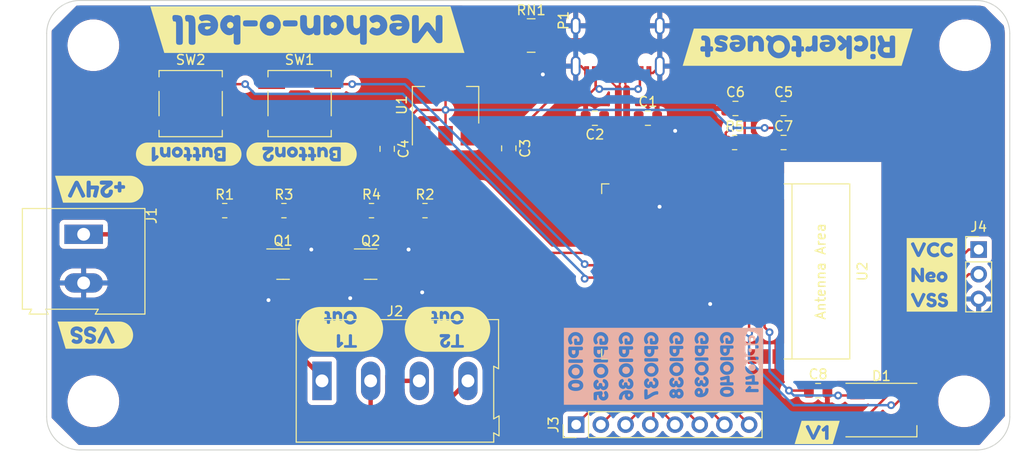
<source format=kicad_pcb>
(kicad_pcb (version 20211014) (generator pcbnew)
  (layers (0 "F.Cu" signal) (31 "B.Cu" signal) (34 "B.Paste" user) (35 "F.Paste" user) (36 "B.SilkS" user "B.Silkscreen") (37 "F.SilkS" user "F.Silkscreen") (38 "B.Mask" user) (39 "F.Mask" user) (44 "Edge.Cuts" user))
  (net 0 "")
  (net 1 "D-")
  (net 2 "VSS")
  (net 3 "D+")
  (net 4 "VBUS")
  (net 5 "VCC")
  (net 6 "Reset")
  (net 7 "LED")
  (net 8 "Net-(D1-Pad4)")
  (net 9 "+24V")
  (net 10 "T1out")
  (net 11 "T2out")
  (net 12 "Net-(P1-PadA5)")
  (net 14 "Net-(P1-PadB5)")
  (net 16 "Net-(Q1-Pad1)")
  (net 17 "Net-(Q2-Pad1)")
  (net 18 "T1")
  (net 19 "T2")
  (net 20 "Switch1")
  (net 21 "Switch2")
  (net 38 "1")
  (net 39 "2")
  (net 40 "3")
  (net 41 "4")
  (net 42 "5")
  (net 43 "6")
  (net 44 "7")
  (net 45 "8")
  (footprint "MountingHole:MountingHole_4.3mm_M4" (layer "F.Cu") (at 89 98.6)
    (fp_text reference "H2" hide)
    (fp_text value "MountingHole")
    (pad "" np_thru_hole circle (at 0 0) (size 4.3 4.3) (drill 4.3) (layers *.Cu *.Mask))
  )
  (footprint "Button_Switch_SMD:SW_SPST_B3SL-1002P" (layer "F.Cu") (at 110.2 68)
    (fp_text reference "SW1" (at 0 -4.5) (layer "F.SilkS"))
    (fp_text value "SW_SPST")
    (pad "1" smd rect (at -2.875 -2) (size 2.75 1) (layers "F.Cu" "F.Paste" "F.Mask") (net 20 "Switch1"))
    (pad "1" smd rect (at 2.875 -2) (size 2.75 1) (layers "F.Cu" "F.Paste" "F.Mask") (net 20 "Switch1"))
    (pad "2" smd rect (at -2.875 2) (size 2.75 1) (layers "F.Cu" "F.Paste" "F.Mask") (net 2 "VSS"))
    (pad "2" smd rect (at 2.875 2) (size 2.75 1) (layers "F.Cu" "F.Paste" "F.Mask") (net 2 "VSS"))
  )
  (footprint "kibuzzard-6314DFD9" (layer "F.Cu") (at 125.4 91.2 180)
    (fp_text reference "kibuzzard-6314DFD9" hide)
    (fp_text value "G***" hide)
  )
  (footprint "Connector_PinHeader_2.54mm:PinHeader_1x03_P2.54mm_Vertical" (layer "F.Cu") (at 180 83)
    (fp_text reference "J4" (at 0 -2.33) (layer "F.SilkS"))
    (fp_text value "Conn_01x03")
    (pad "1" thru_hole rect (at 0 0) (size 1.7 1.7) (drill 1) (layers *.Cu *.Mask) (net 5 "VCC"))
    (pad "2" thru_hole oval (at 0 2.54) (size 1.7 1.7) (drill 1) (layers *.Cu *.Mask) (net 8 "Net-(D1-Pad4)"))
    (pad "3" thru_hole oval (at 0 5.08) (size 1.7 1.7) (drill 1) (layers *.Cu *.Mask) (net 2 "VSS"))
  )
  (footprint "Capacitor_SMD:C_0805_2012Metric" (layer "F.Cu") (at 146 69.5)
    (fp_text reference "C1" (at 0 -1.68) (layer "F.SilkS"))
    (fp_text value "20pF")
    (pad "1" smd roundrect (at -0.95 0) (size 1 1.45) (layers "F.Cu" "F.Paste" "F.Mask") (net 1 "D-"))
    (pad "2" smd roundrect (at 0.95 0) (size 1 1.45) (layers "F.Cu" "F.Paste" "F.Mask") (net 2 "VSS"))
  )
  (footprint "kibuzzard-6314DFC9" (layer "F.Cu") (at 89.6 76.8 180)
    (fp_text reference "kibuzzard-6314DFC9" hide)
    (fp_text value "G***" hide)
  )
  (footprint "kibuzzard-6314DFBD" (layer "F.Cu") (at 111 60.4 180)
    (fp_text reference "kibuzzard-6314DFBD" hide)
    (fp_text value "G***" hide)
  )
  (footprint "Button_Switch_SMD:SW_SPST_B3SL-1002P" (layer "F.Cu") (at 99 68)
    (fp_text reference "SW2" (at 0 -4.5) (layer "F.SilkS"))
    (fp_text value "SW_SPST")
    (pad "1" smd rect (at -2.875 -2) (size 2.75 1) (layers "F.Cu" "F.Paste" "F.Mask") (net 21 "Switch2"))
    (pad "1" smd rect (at 2.875 -2) (size 2.75 1) (layers "F.Cu" "F.Paste" "F.Mask") (net 21 "Switch2"))
    (pad "2" smd rect (at -2.875 2) (size 2.75 1) (layers "F.Cu" "F.Paste" "F.Mask") (net 2 "VSS"))
    (pad "2" smd rect (at 2.875 2) (size 2.75 1) (layers "F.Cu" "F.Paste" "F.Mask") (net 2 "VSS"))
  )
  (footprint "Resistor_SMD:R_0805_2012Metric" (layer "F.Cu") (at 154.9125 72)
    (fp_text reference "R5" (at 0 -1.65) (layer "F.SilkS"))
    (fp_text value "1k")
    (pad "1" smd roundrect (at -0.9125 0) (size 1.025 1.4) (layers "F.Cu" "F.Paste" "F.Mask") (roundrect_rratio 0.243902439) (net 5 "VCC"))
    (pad "2" smd roundrect (at 0.9125 0) (size 1.025 1.4) (layers "F.Cu" "F.Paste" "F.Mask") (roundrect_rratio 0.243902439) (net 6 "Reset"))
  )
  (footprint "MountingHole:MountingHole_4.3mm_M4" (layer "F.Cu") (at 89 62)
    (fp_text reference "H3" hide)
    (fp_text value "MountingHole")
    (pad "" np_thru_hole circle (at 0 0) (size 4.3 4.3) (drill 4.3) (layers *.Cu *.Mask))
  )
  (footprint "Espressif:ESP32-S2-SOLO" (layer "F.Cu") (at 151 85.25 -90)
    (fp_text reference "U2" (at 0 -17.05 90) (layer "F.SilkS"))
    (fp_text value "ESP32-S2-SOLO")
    (fp_text user "Antenna Area" (at 0 -12.75 90) (layer "F.SilkS"))
    (pad "1" smd rect locked (at -8.75 -8.26 270) (size 1.5 0.9) (layers "F.Cu" "F.Paste" "F.Mask") (net 2 "VSS"))
    (pad "2" smd rect locked (at -8.75 -6.99 270) (size 1.5 0.9) (layers "F.Cu" "F.Paste" "F.Mask") (net 5 "VCC"))
    (pad "3" smd rect locked (at -8.75 -5.72 270) (size 1.5 0.9) (layers "F.Cu" "F.Paste" "F.Mask") (net 6 "Reset"))
    (pad "4" smd rect locked (at -8.75 -4.45 270) (size 1.5 0.9) (layers "F.Cu" "F.Paste" "F.Mask"))
    (pad "5" smd rect locked (at -8.75 -3.18 270) (size 1.5 0.9) (layers "F.Cu" "F.Paste" "F.Mask"))
    (pad "6" smd rect locked (at -8.75 -1.91 270) (size 1.5 0.9) (layers "F.Cu" "F.Paste" "F.Mask"))
    (pad "7" smd rect locked (at -8.75 -0.64 270) (size 1.5 0.9) (layers "F.Cu" "F.Paste" "F.Mask"))
    (pad "8" smd rect locked (at -8.75 0.63 270) (size 1.5 0.9) (layers "F.Cu" "F.Paste" "F.Mask") (net 7 "LED"))
    (pad "9" smd rect locked (at -8.75 1.9 270) (size 1.5 0.9) (layers "F.Cu" "F.Paste" "F.Mask"))
    (pad "10" smd rect locked (at -8.75 3.17 270) (size 1.5 0.9) (layers "F.Cu" "F.Paste" "F.Mask"))
    (pad "11" smd rect locked (at -8.75 4.44 270) (size 1.5 0.9) (layers "F.Cu" "F.Paste" "F.Mask"))
    (pad "12" smd rect locked (at -8.75 5.71 270) (size 1.5 0.9) (layers "F.Cu" "F.Paste" "F.Mask"))
    (pad "13" smd rect locked (at -8.75 6.98 270) (size 1.5 0.9) (layers "F.Cu" "F.Paste" "F.Mask") (net 1 "D-"))
    (pad "14" smd rect locked (at -8.75 8.25 270) (size 1.5 0.9) (layers "F.Cu" "F.Paste" "F.Mask") (net 3 "D+"))
    (pad "15" smd rect locked (at -6.985 9.5) (size 1.5 0.9) (layers "F.Cu" "F.Paste" "F.Mask"))
    (pad "16" smd rect locked (at -5.715 9.5) (size 1.5 0.9) (layers "F.Cu" "F.Paste" "F.Mask"))
    (pad "17" smd rect locked (at -4.445 9.5) (size 1.5 0.9) (layers "F.Cu" "F.Paste" "F.Mask"))
    (pad "18" smd rect locked (at -3.175 9.5) (size 1.5 0.9) (layers "F.Cu" "F.Paste" "F.Mask"))
    (pad "19" smd rect locked (at -1.905 9.5) (size 1.5 0.9) (layers "F.Cu" "F.Paste" "F.Mask") (net 18 "T1"))
    (pad "20" smd rect locked (at -0.635 9.5) (size 1.5 0.9) (layers "F.Cu" "F.Paste" "F.Mask") (net 20 "Switch1"))
    (pad "21" smd rect locked (at 0.635 9.5) (size 1.5 0.9) (layers "F.Cu" "F.Paste" "F.Mask") (net 21 "Switch2"))
    (pad "22" smd rect locked (at 1.905 9.5) (size 1.5 0.9) (layers "F.Cu" "F.Paste" "F.Mask") (net 19 "T2"))
    (pad "23" smd rect locked (at 3.175 9.5) (size 1.5 0.9) (layers "F.Cu" "F.Paste" "F.Mask"))
    (pad "24" smd rect locked (at 4.445 9.5) (size 1.5 0.9) (layers "F.Cu" "F.Paste" "F.Mask"))
    (pad "25" smd rect locked (at 5.715 9.5) (size 1.5 0.9) (layers "F.Cu" "F.Paste" "F.Mask"))
    (pad "26" smd rect locked (at 6.985 9.5) (size 1.5 0.9) (layers "F.Cu" "F.Paste" "F.Mask"))
    (pad "27" smd rect locked (at 8.75 8.25 90) (size 1.5 0.9) (layers "F.Cu" "F.Paste" "F.Mask") (net 38 "1"))
    (pad "28" smd rect locked (at 8.75 6.98 90) (size 1.5 0.9) (layers "F.Cu" "F.Paste" "F.Mask") (net 39 "2"))
    (pad "29" smd rect locked (at 8.75 5.71 90) (size 1.5 0.9) (layers "F.Cu" "F.Paste" "F.Mask") (net 40 "3"))
    (pad "30" smd rect locked (at 8.75 4.44 90) (size 1.5 0.9) (layers "F.Cu" "F.Paste" "F.Mask") (net 41 "4"))
    (pad "31" smd rect locked (at 8.75 3.17 90) (size 1.5 0.9) (layers "F.Cu" "F.Paste" "F.Mask") (net 42 "5"))
    (pad "32" smd rect locked (at 8.75 1.9 90) (size 1.5 0.9) (layers "F.Cu" "F.Paste" "F.Mask") (net 43 "6"))
    (pad "33" smd rect locked (at 8.75 0.63 90) (size 1.5 0.9) (layers "F.Cu" "F.Paste" "F.Mask") (net 44 "7"))
    (pad "34" smd rect locked (at 8.75 -0.64 90) (size 1.5 0.9) (layers "F.Cu" "F.Paste" "F.Mask") (net 45 "8"))
    (pad "35" smd rect locked (at 8.75 -1.91 90) (size 1.5 0.9) (layers "F.Cu" "F.Paste" "F.Mask"))
    (pad "36" smd rect locked (at 8.75 -3.18 90) (size 1.5 0.9) (layers "F.Cu" "F.Paste" "F.Mask"))
    (pad "37" smd rect locked (at 8.75 -4.45 90) (size 1.5 0.9) (layers "F.Cu" "F.Paste" "F.Mask"))
    (pad "38" smd rect locked (at 8.75 -5.72 90) (size 1.5 0.9) (layers "F.Cu" "F.Paste" "F.Mask"))
    (pad "39" smd rect locked (at 8.75 -6.99 90) (size 1.5 0.9) (layers "F.Cu" "F.Paste" "F.Mask"))
    (pad "40" smd rect locked (at 8.75 -8.26 90) (size 1.5 0.9) (layers "F.Cu" "F.Paste" "F.Mask") (net 2 "VSS"))
    (pad "41" smd rect locked (at -2.9 -1.94 90) (size 0.9 0.9) (layers "F.Cu" "F.Paste" "F.Mask") (net 2 "VSS"))
    (pad "41" smd rect locked (at -1.5 0.86 90) (size 0.9 0.9) (layers "F.Cu" "F.Paste" "F.Mask") (net 2 "VSS"))
    (pad "41" smd rect locked (at -1.5 -0.54 90) (size 0.9 0.9) (layers "F.Cu" "F.Paste" "F.Mask") (net 2 "VSS"))
    (pad "41" smd rect locked (at -0.1 -1.94 90) (size 0.9 0.9) (layers "F.Cu" "F.Paste" "F.Mask") (net 2 "VSS"))
    (pad "41" smd rect locked (at -2.9 -0.54 90) (size 0.9 0.9) (layers "F.Cu" "F.Paste" "F.Mask") (net 2 "VSS"))
    (pad "41" smd rect locked (at -2.9 0.86 90) (size 0.9 0.9) (layers "F.Cu" "F.Paste" "F.Mask") (net 2 "VSS"))
    (pad "41" smd rect locked (at -0.1 0.86 90) (size 0.9 0.9) (layers "F.Cu" "F.Paste" "F.Mask") (net 2 "VSS"))
    (pad "41" smd rect locked (at -0.1 -0.54 90) (size 0.9 0.9) (layers "F.Cu" "F.Paste" "F.Mask") (net 2 "VSS"))
    (pad "41" smd rect locked (at -1.5 -1.94 90) (size 0.9 0.9) (layers "F.Cu" "F.Paste" "F.Mask") (net 2 "VSS"))
  )
  (footprint "Capacitor_SMD:C_0805_2012Metric" (layer "F.Cu") (at 131.7 72.6 -90)
    (fp_text reference "C3" (at 0 -1.68 90) (layer "F.SilkS"))
    (fp_text value "4.7uF")
    (pad "1" smd roundrect (at -0.95 0 270) (size 1 1.45) (layers "F.Cu" "F.Paste" "F.Mask") (net 4 "VBUS"))
    (pad "2" smd roundrect (at 0.95 0 270) (size 1 1.45) (layers "F.Cu" "F.Paste" "F.Mask") (net 2 "VSS"))
  )
  (footprint "kibuzzard-6314DFCF" (layer "F.Cu") (at 89.2 91.8 180)
    (fp_text reference "kibuzzard-6314DFCF" hide)
    (fp_text value "G***" hide)
  )
  (footprint "Capacitor_SMD:C_0805_2012Metric" (layer "F.Cu") (at 163.5 97.5)
    (fp_text reference "C8" (at 0 -1.68) (layer "F.SilkS"))
    (fp_text value "100nF")
    (pad "1" smd roundrect (at -0.95 0) (size 1 1.45) (layers "F.Cu" "F.Paste" "F.Mask") (net 5 "VCC"))
    (pad "2" smd roundrect (at 0.95 0) (size 1 1.45) (layers "F.Cu" "F.Paste" "F.Mask") (net 2 "VSS"))
  )
  (footprint "Resistor_SMD:R_Array_Concave_4x0603" (layer "F.Cu") (at 134 61)
    (fp_text reference "RN1" (at 0 -2.6) (layer "F.SilkS"))
    (fp_text value "R_Pack04")
    (pad "1" smd rect (at -0.85 -1.2) (size 0.9 0.4) (layers "F.Cu" "F.Paste" "F.Mask"))
    (pad "2" smd rect (at -0.85 -0.4) (size 0.9 0.4) (layers "F.Cu" "F.Paste" "F.Mask"))
    (pad "3" smd rect (at -0.85 0.4) (size 0.9 0.4) (layers "F.Cu" "F.Paste" "F.Mask") (net 2 "VSS"))
    (pad "4" smd rect (at -0.85 1.2) (size 0.9 0.4) (layers "F.Cu" "F.Paste" "F.Mask") (net 2 "VSS"))
    (pad "5" smd rect (at 0.85 1.2) (size 0.9 0.4) (layers "F.Cu" "F.Paste" "F.Mask") (net 14 "Net-(P1-PadB5)"))
    (pad "6" smd rect (at 0.85 0.4) (size 0.9 0.4) (layers "F.Cu" "F.Paste" "F.Mask") (net 12 "Net-(P1-PadA5)"))
    (pad "7" smd rect (at 0.85 -0.4) (size 0.9 0.4) (layers "F.Cu" "F.Paste" "F.Mask"))
    (pad "8" smd rect (at 0.85 -1.2) (size 0.9 0.4) (layers "F.Cu" "F.Paste" "F.Mask"))
  )
  (footprint "Resistor_SMD:R_0805_2012Metric" (layer "F.Cu") (at 108.5875 79)
    (fp_text reference "R3" (at 0 -1.65) (layer "F.SilkS"))
    (fp_text value "R_Small")
    (pad "1" smd roundrect (at -0.9125 0) (size 1.025 1.4) (layers "F.Cu" "F.Paste" "F.Mask") (roundrect_rratio 0.243902439) (net 2 "VSS"))
    (pad "2" smd roundrect (at 0.9125 0) (size 1.025 1.4) (layers "F.Cu" "F.Paste" "F.Mask") (roundrect_rratio 0.243902439) (net 16 "Net-(Q1-Pad1)"))
  )
  (footprint "TerminalBlock:TerminalBlock_Altech_AK300-2_P5.00mm" (layer "F.Cu") (at 88 81.435 -90)
    (fp_text reference "J1" (at -1.92 -6.99 90) (layer "F.SilkS"))
    (fp_text value "Conn_01x02")
    (pad "1" thru_hole rect (at 0 0 270) (size 1.98 3.96) (drill 1.32) (layers *.Cu *.Mask) (net 9 "+24V"))
    (pad "2" thru_hole oval (at 5 0 270) (size 1.98 3.96) (drill 1.32) (layers *.Cu *.Mask) (net 2 "VSS"))
  )
  (footprint "Package_TO_SOT_SMD:SOT-23" (layer "F.Cu") (at 117.5 84.5)
    (fp_text reference "Q2" (at 0 -2.4) (layer "F.SilkS"))
    (fp_text value "FS3401M")
    (pad "1" smd roundrect (at -0.9375 -0.95) (size 1.475 0.6) (layers "F.Cu" "F.Paste" "F.Mask") (net 17 "Net-(Q2-Pad1)"))
    (pad "2" smd roundrect (at -0.9375 0.95) (size 1.475 0.6) (layers "F.Cu" "F.Paste" "F.Mask") (net 2 "VSS"))
    (pad "3" smd roundrect (at 0.9375 0) (size 1.475 0.6) (layers "F.Cu" "F.Paste" "F.Mask") (net 11 "T2out"))
  )
  (footprint "Resistor_SMD:R_0805_2012Metric" (layer "F.Cu") (at 117.5875 79)
    (fp_text reference "R4" (at 0 -1.65) (layer "F.SilkS"))
    (fp_text value "R_Small")
    (pad "1" smd roundrect (at -0.9125 0) (size 1.025 1.4) (layers "F.Cu" "F.Paste" "F.Mask") (roundrect_rratio 0.243902439) (net 2 "VSS"))
    (pad "2" smd roundrect (at 0.9125 0) (size 1.025 1.4) (layers "F.Cu" "F.Paste" "F.Mask") (roundrect_rratio 0.243902439) (net 17 "Net-(Q2-Pad1)"))
  )
  (footprint "Package_TO_SOT_SMD:SOT-23" (layer "F.Cu") (at 108.5 84.5)
    (fp_text reference "Q1" (at 0 -2.4) (layer "F.SilkS"))
    (fp_text value "FS3401M")
    (pad "1" smd roundrect (at -0.9375 -0.95) (size 1.475 0.6) (layers "F.Cu" "F.Paste" "F.Mask") (net 16 "Net-(Q1-Pad1)"))
    (pad "2" smd roundrect (at -0.9375 0.95) (size 1.475 0.6) (layers "F.Cu" "F.Paste" "F.Mask") (net 2 "VSS"))
    (pad "3" smd roundrect (at 0.9375 0) (size 1.475 0.6) (layers "F.Cu" "F.Paste" "F.Mask") (net 10 "T1out"))
  )
  (footprint "Capacitor_SMD:C_0805_2012Metric" (layer "F.Cu") (at 155 68.5)
    (fp_text reference "C6" (at 0 -1.68) (layer "F.SilkS"))
    (fp_text value "100nF")
    (pad "1" smd roundrect (at -0.95 0) (size 1 1.45) (layers "F.Cu" "F.Paste" "F.Mask") (net 2 "VSS"))
    (pad "2" smd roundrect (at 0.95 0) (size 1 1.45) (layers "F.Cu" "F.Paste" "F.Mask") (net 6 "Reset"))
  )
  (footprint "Capacitor_SMD:C_0805_2012Metric" (layer "F.Cu") (at 140.55 69.5 180)
    (fp_text reference "C2" (at 0 -1.68) (layer "F.SilkS"))
    (fp_text value "20pF")
    (pad "1" smd roundrect (at -0.95 0 180) (size 1 1.45) (layers "F.Cu" "F.Paste" "F.Mask") (net 3 "D+"))
    (pad "2" smd roundrect (at 0.95 0 180) (size 1 1.45) (layers "F.Cu" "F.Paste" "F.Mask") (net 2 "VSS"))
  )
  (footprint "Capacitor_SMD:C_0805_2012Metric" (layer "F.Cu") (at 119.2 72.65 -90)
    (fp_text reference "C4" (at 0 -1.68 90) (layer "F.SilkS"))
    (fp_text value "4.7uF")
    (pad "1" smd roundrect (at -0.95 0 270) (size 1 1.45) (layers "F.Cu" "F.Paste" "F.Mask") (net 5 "VCC"))
    (pad "2" smd roundrect (at 0.95 0 270) (size 1 1.45) (layers "F.Cu" "F.Paste" "F.Mask") (net 2 "VSS"))
  )
  (footprint "kibuzzard-6314E009" (layer "F.Cu") (at 98.8 73.2 180)
    (fp_text reference "kibuzzard-6314E009" hide)
    (fp_text value "G***" hide)
  )
  (footprint "MountingHole:MountingHole_4.3mm_M4" (layer "F.Cu") (at 178.5 98.6)
    (fp_text reference "H4" hide)
    (fp_text value "MountingHole")
    (pad "" np_thru_hole circle (at 0 0) (size 4.3 4.3) (drill 4.3) (layers *.Cu *.Mask))
  )
  (footprint "kibuzzard-6314DFF6" (layer "F.Cu") (at 175.2 85.6)
    (fp_text reference "kibuzzard-6314DFF6" hide)
    (fp_text value "G***" hide)
  )
  (footprint "Resistor_SMD:R_0805_2012Metric" (layer "F.Cu") (at 102.5 79)
    (fp_text reference "R1" (at 0 -1.65) (layer "F.SilkS"))
    (fp_text value "R_Small")
    (pad "1" smd roundrect (at -0.9125 0) (size 1.025 1.4) (layers "F.Cu" "F.Paste" "F.Mask") (roundrect_rratio 0.243902439) (net 18 "T1"))
    (pad "2" smd roundrect (at 0.9125 0) (size 1.025 1.4) (layers "F.Cu" "F.Paste" "F.Mask") (roundrect_rratio 0.243902439) (net 16 "Net-(Q1-Pad1)"))
  )
  (footprint "Resistor_SMD:R_0805_2012Metric" (layer "F.Cu") (at 123.0875 79)
    (fp_text reference "R2" (at 0 -1.65) (layer "F.SilkS"))
    (fp_text value "R_Small")
    (pad "1" smd roundrect (at -0.9125 0) (size 1.025 1.4) (layers "F.Cu" "F.Paste" "F.Mask") (roundrect_rratio 0.243902439) (net 19 "T2"))
    (pad "2" smd roundrect (at 0.9125 0) (size 1.025 1.4) (layers "F.Cu" "F.Paste" "F.Mask") (roundrect_rratio 0.243902439) (net 17 "Net-(Q2-Pad1)"))
  )
  (footprint "Capacitor_SMD:C_0805_2012Metric" (layer "F.Cu") (at 159.95 72)
    (fp_text reference "C7" (at 0 -1.68) (layer "F.SilkS"))
    (fp_text value "100nF")
    (pad "1" smd roundrect (at -0.95 0) (size 1 1.45) (layers "F.Cu" "F.Paste" "F.Mask") (net 5 "VCC"))
    (pad "2" smd roundrect (at 0.95 0) (size 1 1.45) (layers "F.Cu" "F.Paste" "F.Mask") (net 2 "VSS"))
  )
  (footprint "kibuzzard-6314E01A" (layer "F.Cu") (at 110.4 73.2 180)
    (fp_text reference "kibuzzard-6314E01A" hide)
    (fp_text value "G***" hide)
  )
  (footprint "Connector_PinHeader_2.54mm:PinHeader_1x08_P2.54mm_Vertical" (layer "F.Cu") (at 138.625 101 90)
    (fp_text reference "J3" (at 0 -2.33 90) (layer "F.SilkS"))
    (fp_text value "Conn_01x08")
    (pad "1" thru_hole rect (at 0 0 90) (size 1.7 1.7) (drill 1) (layers *.Cu *.Mask) (net 38 "1"))
    (pad "2" thru_hole oval (at 0 2.54 90) (size 1.7 1.7) (drill 1) (layers *.Cu *.Mask) (net 39 "2"))
    (pad "3" thru_hole oval (at 0 5.08 90) (size 1.7 1.7) (drill 1) (layers *.Cu *.Mask) (net 40 "3"))
    (pad "4" thru_hole oval (at 0 7.62 90) (size 1.7 1.7) (drill 1) (layers *.Cu *.Mask) (net 41 "4"))
    (pad "5" thru_hole oval (at 0 10.16 90) (size 1.7 1.7) (drill 1) (layers *.Cu *.Mask) (net 42 "5"))
    (pad "6" thru_hole oval (at 0 12.7 90) (size 1.7 1.7) (drill 1) (layers *.Cu *.Mask) (net 43 "6"))
    (pad "7" thru_hole oval (at 0 15.24 90) (size 1.7 1.7) (drill 1) (layers *.Cu *.Mask) (net 44 "7"))
    (pad "8" thru_hole oval (at 0 17.78 90) (size 1.7 1.7) (drill 1) (layers *.Cu *.Mask) (net 45 "8"))
  )
  (footprint "TerminalBlock:TerminalBlock_Altech_AK300-4_P5.00mm" (layer "F.Cu") (at 112.5 96.5)
    (fp_text reference "J2" (at 7.5 -7.15) (layer "F.SilkS"))
    (fp_text value "Conn_01x04")
    (pad "1" thru_hole rect (at 0 0) (size 1.98 3.96) (drill 1.32) (layers *.Cu *.Mask) (net 10 "T1out"))
    (pad "2" thru_hole oval (at 5 0) (size 1.98 3.96) (drill 1.32) (layers *.Cu *.Mask) (net 9 "+24V"))
    (pad "3" thru_hole oval (at 10 0) (size 1.98 3.96) (drill 1.32) (layers *.Cu *.Mask) (net 11 "T2out"))
    (pad "4" thru_hole oval (at 15 0) (size 1.98 3.96) (drill 1.32) (layers *.Cu *.Mask) (net 9 "+24V"))
  )
  (footprint "LED_SMD:LED_SK6812_PLCC4_5.0x5.0mm_P3.2mm" (layer "F.Cu") (at 170 99.5)
    (fp_text reference "D1" (at 0 -3.5) (layer "F.SilkS"))
    (fp_text value "SK6812")
    (pad "1" smd rect (at 2.45 1.6) (size 1.5 1) (layers "F.Cu" "F.Paste" "F.Mask") (net 2 "VSS"))
    (pad "2" smd rect (at 2.45 -1.6) (size 1.5 1) (layers "F.Cu" "F.Paste" "F.Mask") (net 7 "LED"))
    (pad "3" smd rect (at -2.45 -1.6) (size 1.5 1) (layers "F.Cu" "F.Paste" "F.Mask") (net 5 "VCC"))
    (pad "4" smd rect (at -2.45 1.6) (size 1.5 1) (layers "F.Cu" "F.Paste" "F.Mask") (net 8 "Net-(D1-Pad4)"))
  )
  (footprint "Package_TO_SOT_SMD:SOT-223-3_TabPin2" (layer "F.Cu") (at 125.2 68.15 90)
    (fp_text reference "U1" (at 0 -4.5 90) (layer "F.SilkS"))
    (fp_text value "LD1117S12TR_SOT223")
    (pad "1" smd rect (at -3.15 -2.3 90) (size 2 1.5) (layers "F.Cu" "F.Paste" "F.Mask") (net 2 "VSS"))
    (pad "2" smd rect (at 3.15 0 90) (size 2 3.8) (layers "F.Cu" "F.Paste" "F.Mask") (net 5 "VCC"))
    (pad "2" smd rect (at -3.15 0 90) (size 2 1.5) (layers "F.Cu" "F.Paste" "F.Mask") (net 5 "VCC"))
    (pad "3" smd rect (at -3.15 2.3 90) (size 2 1.5) (layers "F.Cu" "F.Paste" "F.Mask") (net 4 "VBUS"))
  )
  (footprint "Capacitor_SMD:C_0805_2012Metric" (layer "F.Cu") (at 159.95 68.5)
    (fp_text reference "C5" (at 0 -1.68) (layer "F.SilkS"))
    (fp_text value "22uF")
    (pad "1" smd roundrect (at -0.95 0) (size 1 1.45) (layers "F.Cu" "F.Paste" "F.Mask") (net 5 "VCC"))
    (pad "2" smd roundrect (at 0.95 0) (size 1 1.45) (layers "F.Cu" "F.Paste" "F.Mask") (net 2 "VSS"))
  )
  (footprint "kibuzzard-6314DFD4" (layer "F.Cu") (at 114.4 91.2 180)
    (fp_text reference "kibuzzard-6314DFD4" hide)
    (fp_text value "G***" hide)
  )
  (footprint "MountingHole:MountingHole_4.3mm_M4" (layer "F.Cu") (at 178.6 62)
    (fp_text reference "H1" hide)
    (fp_text value "MountingHole")
    (pad "" np_thru_hole circle (at 0 0) (size 4.3 4.3) (drill 4.3) (layers *.Cu *.Mask))
  )
  (footprint "BadgePirates:USB_C_Receptical-Jing" (layer "F.Cu") (at 142.9 64.15 180)
    (fp_text reference "P1" (at 5.575 4.7 90) (layer "F.SilkS"))
    (fp_text value "USB_C_Plug")
    (pad "" np_thru_hole circle (at -2.89 0.5 180) (size 0.65 0.65) (drill 0.65) (layers *.Cu *.Mask))
    (pad "" np_thru_hole circle (at 2.89 0.5 180) (size 0.65 0.65) (drill 0.65) (layers *.Cu *.Mask))
    (pad "A1" smd rect (at -3.325 -0.7 180) (size 0.25 1.4) (layers "F.Cu" "F.Paste" "F.Mask") (net 2 "VSS"))
    (pad "A4" smd rect (at -2.525 -0.7 180) (size 0.25 1.4) (layers "F.Cu" "F.Paste" "F.Mask") (net 4 "VBUS"))
    (pad "A5" smd rect (at -1.25 -0.7 180) (size 0.25 1.4) (layers "F.Cu" "F.Paste" "F.Mask") (net 12 "Net-(P1-PadA5)"))
    (pad "A6" smd rect (at -0.25 -0.7 180) (size 0.25 1.4) (layers "F.Cu" "F.Paste" "F.Mask") (net 3 "D+"))
    (pad "A7" smd rect (at 0.25 -0.7 180) (size 0.25 1.4) (layers "F.Cu" "F.Paste" "F.Mask") (net 1 "D-"))
    (pad "A8" smd rect (at -1.75 -0.7 180) (size 0.25 1.4) (layers "F.Cu" "F.Paste" "F.Mask"))
    (pad "A9" smd rect (at 2.525 -0.7 180) (size 0.25 1.4) (layers "F.Cu" "F.Paste" "F.Mask") (net 4 "VBUS"))
    (pad "A12" smd rect (at 3.325 -0.7 180) (size 0.25 1.4) (layers "F.Cu" "F.Paste" "F.Mask") (net 2 "VSS"))
    (pad "B1" smd rect (at 3.075 -0.7 180) (size 0.25 1.4) (layers "F.Cu" "F.Paste" "F.Mask") (net 2 "VSS"))
    (pad "B4" smd rect (at 2.275 -0.7 180) (size 0.25 1.4) (layers "F.Cu" "F.Paste" "F.Mask") (net 4 "VBUS"))
    (pad "B5" smd rect (at 1.75 -0.7 180) (size 0.25 1.4) (layers "F.Cu" "F.Paste" "F.Mask") (net 14 "Net-(P1-PadB5)"))
    (pad "B6" smd rect (at 0.75 -0.7 180) (size 0.25 1.4) (layers "F.Cu" "F.Paste" "F.Mask") (net 3 "D+"))
    (pad "B7" smd rect (at -0.75 -0.7 180) (size 0.25 1.4) (layers "F.Cu" "F.Paste" "F.Mask") (net 1 "D-"))
    (pad "B8" smd rect (at 1.25 -0.7 180) (size 0.25 1.4) (layers "F.Cu" "F.Paste" "F.Mask"))
    (pad "B9" smd rect (at -2.275 -0.7 180) (size 0.25 1.4) (layers "F.Cu" "F.Paste" "F.Mask") (net 4 "VBUS"))
    (pad "B12" smd rect (at -3.075 -0.7 180) (size 0.25 1.4) (layers "F.Cu" "F.Paste" "F.Mask") (net 2 "VSS"))
    (pad "S1" thru_hole oval (at -4.32 0 180) (size 1 2.1) (drill oval 0.6 1.7) (layers *.Cu *.Mask "F.Paste") (net 2 "VSS"))
    (pad "S1" thru_hole oval (at 4.32 4.15 180) (size 1 1.8) (drill oval 0.6 1.4) (layers *.Cu *.Mask "F.Paste") (net 2 "VSS"))
    (pad "S1" thru_hole oval (at 4.32 0 180) (size 1 2.1) (drill oval 0.6 1.7) (layers *.Cu *.Mask "F.Paste") (net 2 "VSS"))
    (pad "S1" thru_hole oval (at -4.32 4.15 180) (size 1 1.8) (drill oval 0.6 1.4) (layers *.Cu *.Mask "F.Paste") (net 2 "VSS"))
  )
  (footprint "kibuzzard-6314E025" (layer "F.Cu") (at 163.4 101.8)
    (fp_text reference "kibuzzard-6314E025" hide)
    (fp_text value "G***" hide)
  )
  (footprint "kibuzzard-6314E056" (layer "F.Cu") (at 161.4 62.2 180)
    (fp_text reference "kibuzzard-6314E056" hide)
    (fp_text value "G***" hide)
  )
  (footprint "kibuzzard-6314DFE1" (layer "B.Cu") (at 147.6 95 -90)
    (fp_text reference "kibuzzard-6314DFE1" hide)
    (fp_text value "G***" hide)
  )
  (gr_line (start 183.195837 60.804163) (end 183.2 100.2) (layer "Edge.Cuts") (width 0.1))
  (gr_line (start 179.795837 57.404163) (end 87.6 57.4) (layer "Edge.Cuts") (width 0.1))
  (gr_line (start 84.2 60.8) (end 84.2 100.2) (layer "Edge.Cuts") (width 0.1))
  (gr_arc (start 87.6 103.6) (mid 85.195837 102.604163) (end 84.2 100.2) (layer "Edge.Cuts") (width 0.1))
  (gr_line (start 179.8 103.6) (end 87.6 103.6) (layer "Edge.Cuts") (width 0.1))
  (gr_arc (start 179.795837 57.404163) (mid 182.2 58.4) (end 183.195837 60.804163) (layer "Edge.Cuts") (width 0.1))
  (gr_arc (start 183.2 100.2) (mid 182.204163 102.604163) (end 179.8 103.6) (layer "Edge.Cuts") (width 0.1))
  (gr_arc (start 84.2 60.8) (mid 85.195837 58.395837) (end 87.6 57.4) (layer "Edge.Cuts") (width 0.1))
  (segment (start 143.7 65.927749) (end 143.7 66.27225) (width 0.2) (layer "F.Cu") (net 1))
  (segment (start 143.65 64.85) (end 143.65 65.900001) (width 0.2) (layer "F.Cu") (net 1))
  (segment (start 144 69.5) (end 143.8112 69.6888) (width 0.2) (layer "F.Cu") (net 1))
  (segment (start 143.3 63.75) (end 143.65 64.1) (width 0.2) (layer "F.Cu") (net 1))
  (segment (start 144.02 76.5) (end 144.02 75.374999) (width 0.7) (layer "F.Cu") (net 1))
  (segment (start 143.625 66.269502) (end 143.8112 66.455702) (width 0.2) (layer "F.Cu") (net 1))
  (segment (start 143.8112 69.6888) (end 143.8112 66.455702) (width 0.7) (layer "F.Cu") (net 1))
  (segment (start 142.65 64.85) (end 142.65 64) (width 0.2) (layer "F.Cu") (net 1))
  (segment (start 142.65 64) (end 142.9 63.75) (width 0.2) (layer "F.Cu") (net 1))
  (segment (start 145.05 69.5) (end 144 69.5) (width 0.2) (layer "F.Cu") (net 1))
  (segment (start 143.65 64.1) (end 143.65 64.85) (width 0.2) (layer "F.Cu") (net 1))
  (segment (start 142.9 63.75) (end 143.3 63.75) (width 0.2) (layer "F.Cu") (net 1))
  (segment (start 144.02 75.374999) (end 143.8112 75.166199) (width 0.7) (layer "F.Cu") (net 1))
  (segment (start 143.675 65.900001) (end 143.65 65.925001) (width 0.2) (layer "F.Cu") (net 1))
  (segment (start 143.8112 75.166199) (end 143.8112 69.6888) (width 0.7) (layer "F.Cu") (net 1))
  (segment (start 139.825 64.85) (end 139.575 64.85) (width 0.25) (layer "F.Cu") (net 2))
  (segment (start 145.975 64.85) (end 146.52 64.85) (width 0.25) (layer "F.Cu") (net 2))
  (segment (start 139.125 64.15) (end 139.825 64.85) (width 0.25) (layer "F.Cu") (net 2))
  (segment (start 146.52 64.85) (end 147.22 64.15) (width 0.25) (layer "F.Cu") (net 2))
  (segment (start 146.225 64.85) (end 145.975 64.85) (width 0.25) (layer "F.Cu") (net 2))
  (segment (start 138.58 64.15) (end 139.125 64.15) (width 0.25) (layer "F.Cu") (net 2))
  (via (at 148.8 70.8) (size 0.8) (drill 0.4) (layers "F.Cu" "B.Cu") (net 2))
  (via (at 147.2 78.6) (size 0.8) (drill 0.4) (layers "F.Cu" "B.Cu") (net 2))
  (via (at 107 88.2) (size 0.8) (drill 0.4) (layers "F.Cu" "B.Cu") (net 2))
  (via (at 111.4 83) (size 0.8) (drill 0.4) (layers "F.Cu" "B.Cu") (net 2))
  (via (at 121.4 83) (size 0.8) (drill 0.4) (layers "F.Cu" "B.Cu") (net 2))
  (via (at 152.4 88.6) (size 0.8) (drill 0.4) (layers "F.Cu" "B.Cu") (net 2))
  (via (at 135.2 65) (size 0.8) (drill 0.4) (layers "F.Cu" "B.Cu") (net 2))
  (via (at 122.8 87.4) (size 0.8) (drill 0.4) (layers "F.Cu" "B.Cu") (net 2))
  (via (at 115.4 88) (size 0.8) (drill 0.4) (layers "F.Cu" "B.Cu") (net 2))
  (segment (start 142.5 69.5) (end 142.9588 69.9588) (width 0.2) (layer "F.Cu") (net 3))
  (segment (start 142.75 76.5) (end 142.75 75.374999) (width 0.7) (layer "F.Cu") (net 3))
  (segment (start 142.15 64.85) (end 142.15 65.6824) (width 0.2) (layer "F.Cu") (net 3))
  (segment (start 143.1 65.925001) (end 143.1 66.239502) (width 0.2) (layer "F.Cu") (net 3))
  (segment (start 143.125 65.900001) (end 143.15 65.925001) (width 0.2) (layer "F.Cu") (net 3))
  (segment (start 142.9588 69.9588) (end 142.9588 66.455702) (width 0.7) (layer "F.Cu") (net 3))
  (segment (start 142.15 65.6824) (end 142.8838 66.4162) (width 0.2) (layer "F.Cu") (net 3))
  (segment (start 142.9588 75.166199) (end 142.9588 69.9588) (width 0.7) (layer "F.Cu") (net 3))
  (segment (start 143.1 66.2) (end 142.8838 66.4162) (width 0.2) (layer "F.Cu") (net 3))
  (segment (start 141.5 69.5) (end 142.5 69.5) (width 0.2) (layer "F.Cu") (net 3))
  (segment (start 143.15 64.85) (end 143.15 65.900001) (width 0.2) (layer "F.Cu") (net 3))
  (segment (start 142.75 75.374999) (end 142.9588 75.166199) (width 0.7) (layer "F.Cu") (net 3))
  (segment (start 145.175 66.325) (end 145.175 64.85) (width 0.25) (layer "F.Cu") (net 4))
  (segment (start 140.625 64.85) (end 140.625 66.125) (width 0.25) (layer "F.Cu") (net 4))
  (segment (start 132 71.5) (end 136.5 67) (width 0.25) (layer "F.Cu") (net 4))
  (segment (start 140 67) (end 140.625 66.375) (width 0.25) (layer "F.Cu") (net 4))
  (segment (start 140.625 66.125) (end 141 66.5) (width 0.25) (layer "F.Cu") (net 4))
  (segment (start 136.5 67) (end 140 67) (width 0.25) (layer "F.Cu") (net 4))
  (segment (start 127.5 71.3) (end 131.35 71.3) (width 0.25) (layer "F.Cu") (net 4))
  (segment (start 131.35 71.3) (end 131.7 71.65) (width 0.25) (layer "F.Cu") (net 4))
  (segment (start 145 66.5) (end 145.175 66.325) (width 0.25) (layer "F.Cu") (net 4))
  (segment (start 140.625 66.375) (end 140.625 64.85) (width 0.25) (layer "F.Cu") (net 4))
  (via (at 145 66.5) (size 0.8) (drill 0.4) (layers "F.Cu" "B.Cu") (net 4))
  (via (at 141 66.5) (size 0.8) (drill 0.4) (layers "F.Cu" "B.Cu") (net 4))
  (segment (start 141 66.5) (end 145 66.5) (width 0.25) (layer "B.Cu") (net 4))
  (segment (start 119.2 71.7) (end 122.25 68.65) (width 0.25) (layer "F.Cu") (net 5))
  (segment (start 167.448466 98.001534) (end 167.55 97.9) (width 0.25) (layer "F.Cu") (net 5))
  (segment (start 159 70.5) (end 159 72) (width 0.25) (layer "F.Cu") (net 5))
  (segment (start 165.549086 98.001534) (end 167.448466 98.001534) (width 0.25) (layer "F.Cu") (net 5))
  (segment (start 170.925 91.05) (end 178.975 83) (width 0.25) (layer "F.Cu") (net 5))
  (segment (start 157.99 73.01) (end 157.99 76.5) (width 0.25) (layer "F.Cu") (net 5))
  (segment (start 167.55 97.9) (end 170.1 97.9) (width 0.25) (layer "F.Cu") (net 5))
  (segment (start 159 68.5) (end 159 70.5) (width 0.25) (layer "F.Cu") (net 5))
  (segment (start 158 70.5) (end 159 70.5) (width 0.25) (layer "F.Cu") (net 5))
  (segment (start 154 71) (end 154.5 70.5) (width 0.25) (layer "F.Cu") (net 5))
  (segment (start 125.2 71.3) (end 125.2 65) (width 0.25) (layer "F.Cu") (net 5))
  (segment (start 178.975 83) (end 180 83) (width 0.25) (layer "F.Cu") (net 5))
  (segment (start 122.25 68.65) (end 125.2 68.65) (width 0.25) (layer "F.Cu") (net 5))
  (segment (start 159 72) (end 157.99 73.01) (width 0.25) (layer "F.Cu") (net 5))
  (segment (start 157.99 90.99) (end 158.5 91.5) (width 0.25) (layer "F.Cu") (net 5))
  (segment (start 154 72) (end 154 71) (width 0.25) (layer "F.Cu") (net 5))
  (segment (start 170.925 97.075) (end 170.925 91.05) (width 0.25) (layer "F.Cu") (net 5))
  (segment (start 157.99 76.5) (end 157.99 90.99) (width 0.25) (layer "F.Cu") (net 5))
  (segment (start 160.5 97.5) (end 162.55 97.5) (width 0.25) (layer "F.Cu") (net 5))
  (segment (start 170.1 97.9) (end 170.925 97.075) (width 0.25) (layer "F.Cu") (net 5))
  (via (at 165.549086 98.001534) (size 0.8) (drill 0.4) (layers "F.Cu" "B.Cu") (net 5))
  (via (at 125.2 68.65) (size 0.8) (drill 0.4) (layers "F.Cu" "B.Cu") (net 5))
  (via (at 160.5 97.5) (size 0.8) (drill 0.4) (layers "F.Cu" "B.Cu") (net 5))
  (via (at 154.5 70.5) (size 0.8) (drill 0.4) (layers "F.Cu" "B.Cu") (net 5))
  (via (at 158 70.5) (size 0.8) (drill 0.4) (layers "F.Cu" "B.Cu") (net 5))
  (via (at 158.5 91.5) (size 0.8) (drill 0.4) (layers "F.Cu" "B.Cu") (net 5))
  (segment (start 158.5 95.5) (end 160.5 97.5) (width 0.25) (layer "B.Cu") (net 5))
  (segment (start 158.5 91.5) (end 158.5 95.5) (width 0.25) (layer "B.Cu") (net 5))
  (segment (start 152.65 68.65) (end 154.5 70.5) (width 0.25) (layer "B.Cu") (net 5))
  (segment (start 152.45 68.65) (end 152.65 68.65) (width 0.25) (layer "B.Cu") (net 5))
  (segment (start 125.2 68.65) (end 152.45 68.65) (width 0.25) (layer "B.Cu") (net 5))
  (segment (start 154.5 70.5) (end 158 70.5) (width 0.25) (layer "B.Cu") (net 5))
  (segment (start 160.5 97.5) (end 161.001534 98.001534) (width 0.25) (layer "B.Cu") (net 5))
  (segment (start 161.001534 98.001534) (end 165.549086 98.001534) (width 0.25) (layer "B.Cu") (net 5))
  (segment (start 155.95 71.875) (end 155.825 72) (width 0.25) (layer "F.Cu") (net 6))
  (segment (start 155.825 72) (end 156.72 72.895) (width 0.25) (layer "F.Cu") (net 6))
  (segment (start 156.72 72.895) (end 156.72 76.5) (width 0.25) (layer "F.Cu") (net 6))
  (segment (start 155.95 68.5) (end 155.95 71.875) (width 0.25) (layer "F.Cu") (net 6))
  (segment (start 150.37 77.5) (end 156.4 83.53) (width 0.25) (layer "F.Cu") (net 7))
  (segment (start 156.4 83.53) (end 156.4 91.6) (width 0.25) (layer "F.Cu") (net 7))
  (segment (start 171.35 99) (end 172.45 97.9) (width 0.25) (layer "F.Cu") (net 7))
  (segment (start 171 99) (end 171.35 99) (width 0.25) (layer "F.Cu") (net 7))
  (segment (start 150.37 76.5) (end 150.37 77.5) (width 0.25) (layer "F.Cu") (net 7))
  (via (at 156.4 91.6) (size 0.8) (drill 0.4) (layers "F.Cu" "B.Cu") (net 7))
  (via (at 171 99) (size 0.8) (drill 0.4) (layers "F.Cu" "B.Cu") (net 7))
  (segment (start 156.4 94.425305) (end 160.974695 99) (width 0.25) (layer "B.Cu") (net 7))
  (segment (start 160.974695 99) (end 171 99) (width 0.25) (layer "B.Cu") (net 7))
  (segment (start 156.4 91.6) (end 156.4 94.425305) (width 0.25) (layer "B.Cu") (net 7))
  (segment (start 178.975 85.54) (end 171.375 93.14) (width 0.25) (layer "F.Cu") (net 8))
  (segment (start 171.375 97.275) (end 167.55 101.1) (width 0.25) (layer "F.Cu") (net 8))
  (segment (start 171.375 93.14) (end 171.375 97.275) (width 0.25) (layer "F.Cu") (net 8))
  (segment (start 180 85.54) (end 178.975 85.54) (width 0.25) (layer "F.Cu") (net 8))
  (segment (start 114.8 101.2) (end 122.8 101.2) (width 0.45) (layer "F.Cu") (net 9))
  (segment (start 88 81.435) (end 92.635 81.435) (width 0.45) (layer "F.Cu") (net 9))
  (segment (start 107 101.2) (end 114.8 101.2) (width 0.45) (layer "F.Cu") (net 9))
  (segment (start 115.8 101.2) (end 114.8 101.2) (width 0.45) (layer "F.Cu") (net 9))
  (segment (start 122.8 101.2) (end 127.5 96.5) (width 0.45) (layer "F.Cu") (net 9))
  (segment (start 117.5 99.5) (end 115.8 101.2) (width 0.45) (layer "F.Cu") (net 9))
  (segment (start 117.5 96.5) (end 117.5 99.5) (width 0.45) (layer "F.Cu") (net 9))
  (segment (start 106 100.2) (end 107 101.2) (width 0.45) (layer "F.Cu") (net 9))
  (segment (start 106 94.8) (end 106 100.2) (width 0.45) (layer "F.Cu") (net 9))
  (segment (start 92.635 81.435) (end 106 94.8) (width 0.45) (layer "F.Cu") (net 9))
  (segment (start 109.4375 84.5) (end 109.4375 93.0625) (width 0.45) (layer "F.Cu") (net 10))
  (segment (start 112.5 96.125) (end 112.5 96.5) (width 0.45) (layer "F.Cu") (net 10))
  (segment (start 109.4375 93.0625) (end 112.5 96.125) (width 0.45) (layer "F.Cu") (net 10))
  (segment (start 120.875 96.5) (end 122.5 96.5) (width 0.45) (layer "F.Cu") (net 11))
  (segment (start 118.4375 84.5) (end 118.4375 94.0625) (width 0.45) (layer "F.Cu") (net 11))
  (segment (start 118.4375 94.0625) (end 120.875 96.5) (width 0.45) (layer "F.Cu") (net 11))
  (segment (start 134.85 61.4) (end 142.4 61.4) (width 0.25) (layer "F.Cu") (net 12))
  (segment (start 144.15 63.15) (end 144.15 64.85) (width 0.25) (layer "F.Cu") (net 12))
  (segment (start 142.4 61.4) (end 144.15 63.15) (width 0.25) (layer "F.Cu") (net 12))
  (segment (start 141.15 63.15) (end 141.15 64.85) (width 0.25) (layer "F.Cu") (net 14))
  (segment (start 140.2 62.2) (end 141.15 63.15) (width 0.25) (layer "F.Cu") (net 14))
  (segment (start 134.85 62.2) (end 140.2 62.2) (width 0.25) (layer "F.Cu") (net 14))
  (segment (start 107.5625 83.55) (end 107.5625 80.9375) (width 0.25) (layer "F.Cu") (net 16))
  (segment (start 105.35 80.9375) (end 103.4125 79) (width 0.25) (layer "F.Cu") (net 16))
  (segment (start 107.5625 80.9375) (end 105.35 80.9375) (width 0.25) (layer "F.Cu") (net 16))
  (segment (start 107.5625 80.9375) (end 109.5 79) (width 0.25) (layer "F.Cu") (net 16))
  (segment (start 118.5 81.6125) (end 121.3875 81.6125) (width 0.25) (layer "F.Cu") (net 17))
  (segment (start 121.3875 81.6125) (end 124 79) (width 0.25) (layer "F.Cu") (net 17))
  (segment (start 118.5 81.6125) (end 118.5 79) (width 0.25) (layer "F.Cu") (net 17))
  (segment (start 116.5625 83.55) (end 118.5 81.6125) (width 0.25) (layer "F.Cu") (net 17))
  (segment (start 101.5875 78.4125) (end 101.5875 79) (width 0.25) (layer "F.Cu") (net 18))
  (segment (start 103.5 76.5) (end 101.5875 78.4125) (width 0.25) (layer "F.Cu") (net 18))
  (segment (start 129 76.5) (end 103.5 76.5) (width 0.25) (layer "F.Cu") (net 18))
  (segment (start 141.5 83.345) (end 135.845 83.345) (width 0.25) (layer "F.Cu") (net 18))
  (segment (start 135.845 83.345) (end 129 76.5) (width 0.25) (layer "F.Cu") (net 18))
  (segment (start 141.5 87.155) (end 139.018604 87.155) (width 0.25) (layer "F.Cu") (net 19))
  (segment (start 139.018604 87.155) (end 128.863604 77) (width 0.25) (layer "F.Cu") (net 19))
  (segment (start 128.863604 77) (end 123 77) (width 0.25) (layer "F.Cu") (net 19))
  (segment (start 122.175 77.825) (end 122.175 79) (width 0.25) (layer "F.Cu") (net 19))
  (segment (start 123 77) (end 122.175 77.825) (width 0.25) (layer "F.Cu") (net 19))
  (segment (start 110.8 66) (end 107.925 66) (width 0.25) (layer "F.Cu") (net 20))
  (segment (start 139.615 84.615) (end 139.5 84.5) (width 0.25) (layer "F.Cu") (net 20))
  (segment (start 141.5 84.615) (end 139.615 84.615) (width 0.25) (layer "F.Cu") (net 20))
  (segment (start 115.6 66) (end 113.075 66) (width 0.25) (layer "F.Cu") (net 20))
  (segment (start 110.8 66) (end 113.675 66) (width 0.25) (layer "F.Cu") (net 20))
  (via (at 139.5 84.5) (size 0.8) (drill 0.4) (layers "F.Cu" "B.Cu") (net 20))
  (via (at 115.6 66) (size 0.8) (drill 0.4) (layers "F.Cu" "B.Cu") (net 20))
  (segment (start 139.5 84.5) (end 121 66) (width 0.25) (layer "B.Cu") (net 20))
  (segment (start 121 66) (end 115.6 66) (width 0.25) (layer "B.Cu") (net 20))
  (segment (start 141.5 85.885) (end 139.615 85.885) (width 0.25) (layer "F.Cu") (net 21))
  (segment (start 104.6 66) (end 101.875 66) (width 0.25) (layer "F.Cu") (net 21))
  (segment (start 139.615 85.885) (end 139.5 86) (width 0.25) (layer "F.Cu") (net 21))
  (segment (start 102.4 66) (end 96.65 66) (width 0.25) (layer "F.Cu") (net 21))
  (via (at 104.6 66) (size 0.8) (drill 0.4) (layers "F.Cu" "B.Cu") (net 21))
  (via (at 139.5 86) (size 0.8) (drill 0.4) (layers "F.Cu" "B.Cu") (net 21))
  (segment (start 116 67) (end 105.6 67) (width 0.25) (layer "B.Cu") (net 21))
  (segment (start 139.5 86) (end 139.5 85.7) (width 0.25) (layer "B.Cu") (net 21))
  (segment (start 139.5 85.7) (end 121.8 68) (width 0.25) (layer "B.Cu") (net 21))
  (segment (start 105.6 67) (end 104.6 66) (width 0.25) (layer "B.Cu") (net 21))
  (segment (start 121.8 68) (end 120.8 67) (width 0.25) (layer "B.Cu") (net 21))
  (segment (start 120.8 67) (end 116 67) (width 0.25) (layer "B.Cu") (net 21))
  (segment (start 142.75 96.875) (end 138.625 101) (width 0.25) (layer "F.Cu") (net 38))
  (segment (start 142.75 94) (end 142.75 96.875) (width 0.25) (layer "F.Cu") (net 38))
  (segment (start 144.02 94) (end 144.02 98.145) (width 0.25) (layer "F.Cu") (net 39))
  (segment (start 144.02 98.145) (end 141.165 101) (width 0.25) (layer "F.Cu") (net 39))
  (segment (start 145.29 99.415) (end 143.705 101) (width 0.25) (layer "F.Cu") (net 40))
  (segment (start 145.29 94) (end 145.29 99.415) (width 0.25) (layer "F.Cu") (net 40))
  (segment (start 146.56 94) (end 146.56 100.685) (width 0.25) (layer "F.Cu") (net 41))
  (segment (start 146.56 100.685) (end 146.245 101) (width 0.25) (layer "F.Cu") (net 41))
  (segment (start 147.83 100.045) (end 148.785 101) (width 0.25) (layer "F.Cu") (net 42))
  (segment (start 147.83 94) (end 147.83 100.045) (width 0.25) (layer "F.Cu") (net 42))
  (segment (start 149.1 98.775) (end 151.325 101) (width 0.25) (layer "F.Cu") (net 43))
  (segment (start 149.1 94) (end 149.1 98.775) (width 0.25) (layer "F.Cu") (net 43))
  (segment (start 150.37 94) (end 150.37 97.505) (width 0.25) (layer "F.Cu") (net 44))
  (segment (start 150.37 97.505) (end 153.865 101) (width 0.25) (layer "F.Cu") (net 44))
  (segment (start 151.64 94) (end 151.64 96.235) (width 0.25) (layer "F.Cu") (net 45))
  (segment (start 151.64 96.235) (end 156.405 101) (width 0.25) (layer "F.Cu") (net 45))
  (zone (net 2) (net_name "VSS") (layers F&B.Cu) (connect_pads (clearance 0.508)) (min_thickness 0.254) (fill yes (thermal_gap 0.508) (thermal_bridge_width 0.508))
    (polygon (pts (xy 182.8 60.2) (xy 182.8 100) (xy 180 103.2) (xy 87.6 103.2) (xy 84.6 100.2) (xy 84.6 60.6) (xy 87.4 57.8) (xy 180.4 57.8)))
  )
  (zone (net 0) (net_name "") (layers F&B.Cu) (connect_pads (clearance 0)) (min_thickness 0.254)
    (keepout (tracks not_allowed) (vias not_allowed) (pads not_allowed) (copperpour not_allowed) (footprints allowed))
    (fill (thermal_gap 0.508) (thermal_bridge_width 0.508))
    (polygon (pts (xy 170 96.5) (xy 160 96.5) (xy 160 74) (xy 170 74)))
  )
)
</source>
